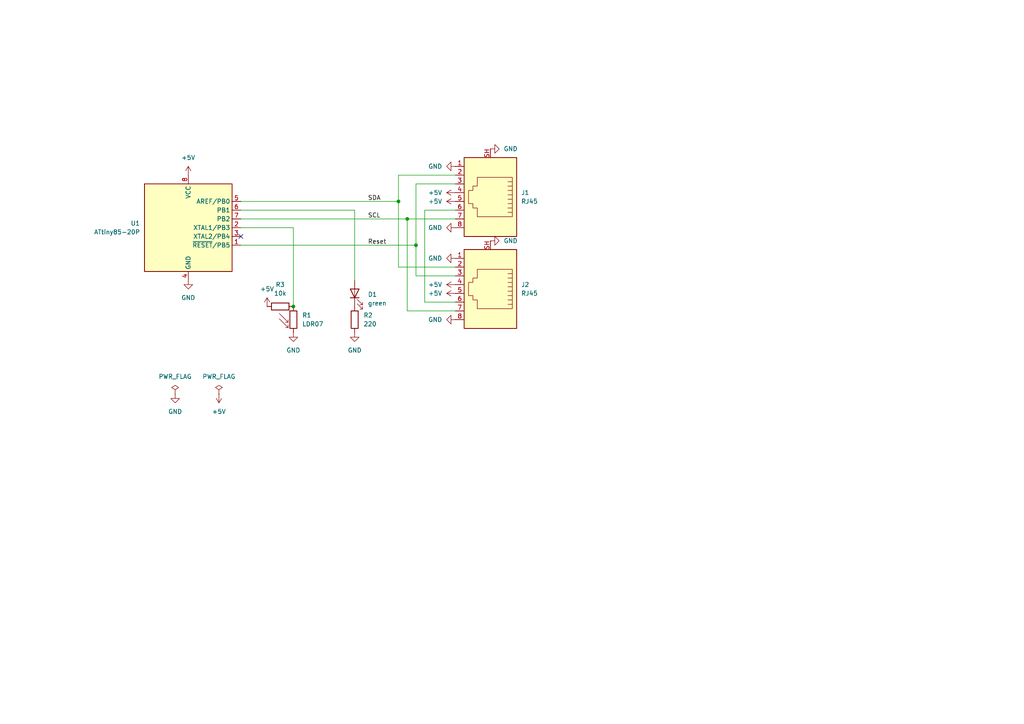
<source format=kicad_sch>
(kicad_sch (version 20231120) (generator "eeschema") (generator_version "8.0")
  (paper "A4")
  (title_block (title "Laser-Parkour Sensor") (date "2024-08-18") (rev "01") (company "Manuel König HHN HTWG x42.space"))
  (lib_symbols
    (symbol "Connector:RJ45_Shielded" (pin_names (offset 1.016))
      (property "Reference" "J" (at -5.08 13.97 0))
      (property "Value" "RJ45_Shielded" (at 2.54 13.97 0))
      (symbol "RJ45_Shielded_0_1"
        (polyline (pts (xy -5.08 4.445) (xy -6.35 4.445)))
        (polyline (pts (xy -5.08 5.715) (xy -6.35 5.715)))
        (polyline (pts (xy -6.35 -3.175) (xy -5.08 -3.175) (xy -5.08 -3.175)))
        (polyline (pts (xy -6.35 -1.905) (xy -5.08 -1.905) (xy -5.08 -1.905)))
        (polyline (pts (xy -6.35 -0.635) (xy -5.08 -0.635) (xy -5.08 -0.635)))
        (polyline (pts (xy -6.35 0.635) (xy -5.08 0.635) (xy -5.08 0.635)))
        (polyline (pts (xy -6.35 1.905) (xy -5.08 1.905) (xy -5.08 1.905)))
        (polyline (pts (xy -5.08 3.175) (xy -6.35 3.175) (xy -6.35 3.175)))
        (polyline (pts (xy -6.35 -4.445) (xy -6.35 6.985) (xy 3.81 6.985) (xy 3.81 4.445) (xy 5.08 4.445) (xy 5.08 3.175) (xy 6.35 3.175) (xy 6.35 -0.635) (xy 5.08 -0.635) (xy 5.08 -1.905) (xy 3.81 -1.905) (xy 3.81 -4.445) (xy -6.35 -4.445) (xy -6.35 -4.445)))
        (rectangle (start 7.62 12.7) (end -7.62 -10.16) (stroke (width 0.254)) (fill (type background)))
      )
      (symbol "RJ45_Shielded_1_1"
        (pin passive line (at 10.16 -7.62 180) (length 2.54) (name "~") (number "1"))
        (pin passive line (at 10.16 -5.08 180) (length 2.54) (name "~") (number "2"))
        (pin passive line (at 10.16 -2.54 180) (length 2.54) (name "~") (number "3"))
        (pin passive line (at 10.16 0 180) (length 2.54) (name "~") (number "4"))
        (pin passive line (at 10.16 2.54 180) (length 2.54) (name "~") (number "5"))
        (pin passive line (at 10.16 5.08 180) (length 2.54) (name "~") (number "6"))
        (pin passive line (at 10.16 7.62 180) (length 2.54) (name "~") (number "7"))
        (pin passive line (at 10.16 10.16 180) (length 2.54) (name "~") (number "8"))
        (pin passive line (at 0 -12.7 90) (length 2.54) (name "~") (number "SH"))
      )
    )
    (symbol "Device:LED" (pin_numbers hide) (pin_names (offset 1.016) hide)
      (property "Reference" "D" (at 0 2.54 0))
      (property "Value" "LED" (at 0 -2.54 0))
      (symbol "LED_0_1"
        (polyline (pts (xy -1.27 -1.27) (xy -1.27 1.27)) (stroke (width 0.254)))
        (polyline (pts (xy -1.27 0) (xy 1.27 0)))
        (polyline (pts (xy 1.27 -1.27) (xy 1.27 1.27) (xy -1.27 0) (xy 1.27 -1.27)) (stroke (width 0.254)))
        (polyline (pts (xy -3.048 -0.762) (xy -4.572 -2.286) (xy -3.81 -2.286) (xy -4.572 -2.286) (xy -4.572 -1.524)))
        (polyline (pts (xy -1.778 -0.762) (xy -3.302 -2.286) (xy -2.54 -2.286) (xy -3.302 -2.286) (xy -3.302 -1.524)))
      )
      (symbol "LED_1_1"
        (pin passive line (at -3.81 0 0) (length 2.54) (name "K") (number "1"))
        (pin passive line (at 3.81 0 180) (length 2.54) (name "A") (number "2"))
      )
    )
    (symbol "Device:R" (pin_numbers hide) (pin_names (offset 0))
      (property "Reference" "R" (at 2.032 0 90))
      (property "Value" "R" (at 0 0 90))
      (symbol "R_0_1"
        (rectangle (start -1.016 -2.54) (end 1.016 2.54) (stroke (width 0.254)))
      )
      (symbol "R_1_1"
        (pin passive line (at 0 3.81 270) (length 1.27) (name "~") (number "1"))
        (pin passive line (at 0 -3.81 90) (length 1.27) (name "~") (number "2"))
      )
    )
    (symbol "MCU_Microchip_ATtiny:ATtiny85-20P"
      (property "Reference" "U" (at -12.7 13.97 0))
      (property "Value" "ATtiny85-20P" (at 2.54 -13.97 0))
      (symbol "ATtiny85-20P_0_1"
        (rectangle (start -12.7 -12.7) (end 12.7 12.7) (stroke (width 0.254)) (fill (type background)))
      )
      (symbol "ATtiny85-20P_1_1"
        (pin bidirectional line (at 15.24 -5.08 180) (length 2.54) (name "~{RESET}/PB5") (number "1"))
        (pin bidirectional line (at 15.24 0 180) (length 2.54) (name "XTAL1/PB3") (number "2"))
        (pin bidirectional line (at 15.24 -2.54 180) (length 2.54) (name "XTAL2/PB4") (number "3"))
        (pin power_in line (at 0 -15.24 90) (length 2.54) (name "GND") (number "4"))
        (pin bidirectional line (at 15.24 7.62 180) (length 2.54) (name "AREF/PB0") (number "5"))
        (pin bidirectional line (at 15.24 5.08 180) (length 2.54) (name "PB1") (number "6"))
        (pin bidirectional line (at 15.24 2.54 180) (length 2.54) (name "PB2") (number "7"))
        (pin power_in line (at 0 15.24 270) (length 2.54) (name "VCC") (number "8"))
      )
    )
    (symbol "Sensor_Optical:LDR07" (pin_numbers hide) (pin_names (offset 0))
      (property "Reference" "R" (at -5.08 0 90))
      (property "Value" "LDR07" (at 1.905 0 90))
      (symbol "LDR07_0_1"
        (rectangle (start -1.016 2.54) (end 1.016 -2.54) (stroke (width 0.254)))
        (polyline (pts (xy -1.524 -2.286) (xy -4.064 0.254)))
        (polyline (pts (xy -1.524 -2.286) (xy -2.286 -2.286)))
        (polyline (pts (xy -1.524 -2.286) (xy -1.524 -1.524)))
        (polyline (pts (xy -1.524 -0.762) (xy -4.064 1.778)))
        (polyline (pts (xy -1.524 -0.762) (xy -2.286 -0.762)))
        (polyline (pts (xy -1.524 -0.762) (xy -1.524 0)))
      )
      (symbol "LDR07_1_1"
        (pin passive line (at 0 3.81 270) (length 1.27) (name "~") (number "1"))
        (pin passive line (at 0 -3.81 90) (length 1.27) (name "~") (number "2"))
      )
    )
    (symbol "power:+5V" (power) (pin_numbers hide) (pin_names (offset 0) hide)
      (property "Value" "+5V" (at 0 3.556 0))
      (symbol "+5V_0_1"
        (polyline (pts (xy -0.762 1.27) (xy 0 2.54)))
        (polyline (pts (xy 0 0) (xy 0 2.54)))
        (polyline (pts (xy 0 2.54) (xy 0.762 1.27)))
      )
      (symbol "+5V_1_1"
        (pin power_in line (at 0 0 90) (length 0) (name "~") (number "1"))
      )
    )
    (symbol "power:GND" (power) (pin_numbers hide) (pin_names (offset 0) hide)
      (property "Value" "GND" (at 0 -3.81 0))
      (symbol "GND_0_1"
        (polyline (pts (xy 0 0) (xy 0 -1.27) (xy 1.27 -1.27) (xy 0 -2.54) (xy -1.27 -1.27) (xy 0 -1.27)))
      )
      (symbol "GND_1_1"
        (pin power_in line (at 0 0 270) (length 0) (name "~") (number "1"))
      )
    )
    (symbol "power:PWR_FLAG" (power) (pin_numbers hide) (pin_names (offset 0) hide)
      (property "Value" "PWR_FLAG" (at 0 3.81 0))
      (symbol "PWR_FLAG_0_0"
        (pin power_out line (at 0 0 90) (length 0) (name "~") (number "1"))
      )
      (symbol "PWR_FLAG_0_1"
        (polyline (pts (xy 0 0) (xy 0 1.27) (xy -1.016 1.905) (xy 0 2.54) (xy 1.016 1.905) (xy 0 1.27)))
      )
    )
  )
  (junction (at 118.11 63.5))
  (junction (at 120.65 71.12))
  (junction (at 115.57 58.42))
  (junction (at 85.09 88.9))
  (no_connect (at 69.85 68.58))
  (wire (pts (xy 69.85 71.12) (xy 120.65 71.12)))
  (wire (pts (xy 120.65 80.01) (xy 132.08 80.01)))
  (wire (pts (xy 120.65 71.12) (xy 120.65 80.01)))
  (wire (pts (xy 132.08 53.34) (xy 120.65 53.34)))
  (wire (pts (xy 118.11 63.5) (xy 132.08 63.5)))
  (wire (pts (xy 115.57 50.8) (xy 115.57 58.42)))
  (wire (pts (xy 118.11 90.17) (xy 132.08 90.17)))
  (wire (pts (xy 115.57 77.47) (xy 132.08 77.47)))
  (wire (pts (xy 69.85 58.42) (xy 115.57 58.42)))
  (wire (pts (xy 69.85 66.04) (xy 85.09 66.04)))
  (wire (pts (xy 123.19 60.96) (xy 123.19 87.63)))
  (wire (pts (xy 115.57 58.42) (xy 115.57 77.47)))
  (wire (pts (xy 85.09 66.04) (xy 85.09 88.9)))
  (wire (pts (xy 123.19 87.63) (xy 132.08 87.63)))
  (wire (pts (xy 132.08 50.8) (xy 115.57 50.8)))
  (wire (pts (xy 132.08 60.96) (xy 123.19 60.96)))
  (wire (pts (xy 120.65 53.34) (xy 120.65 71.12)))
  (wire (pts (xy 69.85 60.96) (xy 102.87 60.96)))
  (wire (pts (xy 69.85 63.5) (xy 118.11 63.5)))
  (wire (pts (xy 118.11 63.5) (xy 118.11 90.17)))
  (wire (pts (xy 102.87 60.96) (xy 102.87 81.28)))
  (label "Reset" (at 106.68 71.12 0))
  (label "SCL" (at 106.68 63.5 0))
  (label "SDA" (at 106.68 58.42 0))
  (symbol (lib_id "power:+5V") (at 132.08 55.88 90) (unit 1)
    (property "Reference" "#PWR09" (effects (hide yes)))
    (property "Value" "+5V" (at 128.27 55.8799 90) (effects (justify left)))
    (property "Description" "Power symbol creates a global label with name \"+5V\"" (effects (hide yes)))
  )
  (symbol (lib_id "Connector:RJ45_Shielded") (at 142.24 55.88 180) (unit 1)
    (property "Reference" "J1" (at 151.13 55.8799 0) (effects (justify right)))
    (property "Value" "RJ45" (at 151.13 58.4199 0) (effects (justify right)))
    (property "Footprint" "Library:WR-MJ Modular Jack Horizontal Shielded w. EMI Panel Finger 8P8C Tab Up" (effects (hide yes)))
    (property "Description" "RJ connector, 8P8C (8 positions 8 connected), Shielded" (effects (hide yes)))
  )
  (symbol (lib_id "power:GND") (at 54.61 81.28 0) (unit 1)
    (property "Reference" "#PWR02" (effects (hide yes)))
    (property "Value" "GND" (at 54.61 86.36 0))
    (property "Description" "Power symbol creates a global label with name \"GND\" , ground" (effects (hide yes)))
  )
  (symbol (lib_id "power:+5V") (at 54.61 50.8 0) (unit 1)
    (property "Reference" "#PWR01" (effects (hide yes)))
    (property "Value" "+5V" (at 54.61 45.72 0))
    (property "Description" "Power symbol creates a global label with name \"+5V\"" (effects (hide yes)))
  )
  (symbol (lib_id "power:GND") (at 142.24 43.18 90) (unit 1)
    (property "Reference" "#PWR014" (effects (hide yes)))
    (property "Value" "GND" (at 146.05 43.1799 90) (effects (justify right)))
    (property "Description" "Power symbol creates a global label with name \"GND\" , ground" (effects (hide yes)))
  )
  (symbol (lib_id "Device:R") (at 102.87 92.71 180) (unit 1)
    (property "Reference" "R2" (at 105.41 91.4399 0) (effects (justify right)))
    (property "Value" "220" (at 105.41 93.9799 0) (effects (justify right)))
    (property "Footprint" "Resistor_THT:R_Axial_DIN0207_L6.3mm_D2.5mm_P10.16mm_Horizontal" (effects (hide yes)))
    (property "Description" "Resistor" (effects (hide yes)))
  )
  (symbol (lib_id "power:GND") (at 142.24 69.85 90) (unit 1)
    (property "Reference" "#PWR015" (effects (hide yes)))
    (property "Value" "GND" (at 146.05 69.8499 90) (effects (justify right)))
    (property "Description" "Power symbol creates a global label with name \"GND\" , ground" (effects (hide yes)))
  )
  (symbol (lib_id "power:PWR_FLAG") (at 63.5 114.3 0) (unit 1)
    (property "Reference" "#FLG01" (effects (hide yes)))
    (property "Value" "PWR_FLAG" (at 63.5 109.22 0))
    (property "Description" "Special symbol for telling ERC where power comes from" (effects (hide yes)))
  )
  (symbol (lib_id "power:GND") (at 102.87 96.52 0) (unit 1)
    (property "Reference" "#PWR03" (effects (hide yes)))
    (property "Value" "GND" (at 102.87 101.6 0))
    (property "Description" "Power symbol creates a global label with name \"GND\" , ground" (effects (hide yes)))
  )
  (symbol (lib_id "power:+5V") (at 132.08 82.55 90) (unit 1)
    (property "Reference" "#PWR07" (effects (hide yes)))
    (property "Value" "+5V" (at 128.27 82.5499 90) (effects (justify left)))
    (property "Description" "Power symbol creates a global label with name \"+5V\"" (effects (hide yes)))
  )
  (symbol (lib_id "power:+5V") (at 63.5 114.3 180) (unit 1)
    (property "Reference" "#PWR017" (effects (hide yes)))
    (property "Value" "+5V" (at 63.5 119.38 0))
    (property "Description" "Power symbol creates a global label with name \"+5V\"" (effects (hide yes)))
  )
  (symbol (lib_id "power:GND") (at 132.08 48.26 270) (unit 1)
    (property "Reference" "#PWR013" (effects (hide yes)))
    (property "Value" "GND" (at 128.27 48.2599 90) (effects (justify right)))
    (property "Description" "Power symbol creates a global label with name \"GND\" , ground" (effects (hide yes)))
  )
  (symbol (lib_id "Sensor_Optical:LDR07") (at 85.09 92.71 0) (unit 1)
    (property "Reference" "R1" (at 87.63 91.4399 0) (effects (justify left)))
    (property "Value" "LDR07" (at 87.63 93.9799 0) (effects (justify left)))
    (property "Footprint" "OptoDevice:R_LDR_5.1x4.3mm_P3.4mm_Vertical" (effects (hide yes)))
    (property "Datasheet" "http://www.tme.eu/de/Document/f2e3ad76a925811312d226c31da4cd7e/LDR07.pdf" (effects (hide yes)))
    (property "Description" "light dependent resistor" (effects (hide yes)))
  )
  (symbol (lib_id "power:+5V") (at 132.08 85.09 90) (unit 1)
    (property "Reference" "#PWR06" (effects (hide yes)))
    (property "Value" "+5V" (at 128.27 85.0899 90) (effects (justify left)))
    (property "Description" "Power symbol creates a global label with name \"+5V\"" (effects (hide yes)))
  )
  (symbol (lib_id "Device:LED") (at 102.87 85.09 90) (unit 1)
    (property "Reference" "D1" (at 106.68 85.4074 90) (effects (justify right)))
    (property "Value" "green" (at 106.68 87.9474 90) (effects (justify right)))
    (property "Footprint" "LED_THT:LED_D5.0mm" (effects (hide yes)))
    (property "Description" "Light emitting diode" (effects (hide yes)))
  )
  (symbol (lib_id "power:GND") (at 132.08 66.04 270) (unit 1)
    (property "Reference" "#PWR012" (effects (hide yes)))
    (property "Value" "GND" (at 128.27 66.0399 90) (effects (justify right)))
    (property "Description" "Power symbol creates a global label with name \"GND\" , ground" (effects (hide yes)))
  )
  (symbol (lib_id "power:GND") (at 132.08 92.71 270) (unit 1)
    (property "Reference" "#PWR010" (effects (hide yes)))
    (property "Value" "GND" (at 128.27 92.7099 90) (effects (justify right)))
    (property "Description" "Power symbol creates a global label with name \"GND\" , ground" (effects (hide yes)))
  )
  (symbol (lib_id "MCU_Microchip_ATtiny:ATtiny85-20P") (at 54.61 66.04 0) (unit 1)
    (property "Reference" "U1" (at 40.64 64.7699 0) (effects (justify right)))
    (property "Value" "ATtiny85-20P" (at 40.64 67.3099 0) (effects (justify right)))
    (property "Footprint" "Package_DIP:DIP-8_W7.62mm" (effects (hide yes)))
    (property "Datasheet" "http://ww1.microchip.com/downloads/en/DeviceDoc/atmel-2586-avr-8-bit-microcontroller-attiny25-attiny45-attiny85_datasheet.pdf" (effects (hide yes)))
    (property "Description" "20MHz, 8kB Flash, 512B SRAM, 512B EEPROM, debugWIRE, DIP-8" (effects (hide yes)))
  )
  (symbol (lib_id "power:GND") (at 85.09 96.52 0) (unit 1)
    (property "Reference" "#PWR04" (effects (hide yes)))
    (property "Value" "GND" (at 85.09 101.6 0))
    (property "Description" "Power symbol creates a global label with name \"GND\" , ground" (effects (hide yes)))
  )
  (symbol (lib_id "power:+5V") (at 132.08 58.42 90) (unit 1)
    (property "Reference" "#PWR08" (effects (hide yes)))
    (property "Value" "+5V" (at 128.27 58.4199 90) (effects (justify left)))
    (property "Description" "Power symbol creates a global label with name \"+5V\"" (effects (hide yes)))
  )
  (symbol (lib_id "power:+5V") (at 77.47 88.9 0) (unit 1)
    (property "Reference" "#PWR05" (effects (hide yes)))
    (property "Value" "+5V" (at 77.47 83.82 0))
    (property "Description" "Power symbol creates a global label with name \"+5V\"" (effects (hide yes)))
  )
  (symbol (lib_id "power:GND") (at 50.8 114.3 0) (unit 1)
    (property "Reference" "#PWR016" (effects (hide yes)))
    (property "Value" "GND" (at 50.8 119.38 0))
    (property "Description" "Power symbol creates a global label with name \"GND\" , ground" (effects (hide yes)))
  )
  (symbol (lib_id "power:PWR_FLAG") (at 50.8 114.3 0) (unit 1)
    (property "Reference" "#FLG02" (effects (hide yes)))
    (property "Value" "PWR_FLAG" (at 50.8 109.22 0))
    (property "Description" "Special symbol for telling ERC where power comes from" (effects (hide yes)))
  )
  (symbol (lib_id "Device:R") (at 81.28 88.9 90) (unit 1)
    (property "Reference" "R3" (at 81.28 82.55 90))
    (property "Value" "10k" (at 81.28 85.09 90))
    (property "Footprint" "Resistor_THT:R_Axial_DIN0207_L6.3mm_D2.5mm_P10.16mm_Horizontal" (effects (hide yes)))
    (property "Description" "Resistor" (effects (hide yes)))
  )
  (symbol (lib_id "Connector:RJ45_Shielded") (at 142.24 82.55 180) (unit 1)
    (property "Reference" "J2" (at 151.13 82.5499 0) (effects (justify right)))
    (property "Value" "RJ45" (at 151.13 85.0899 0) (effects (justify right)))
    (property "Footprint" "Library:WR-MJ Modular Jack Horizontal Shielded w. EMI Panel Finger 8P8C Tab Up" (effects (hide yes)))
    (property "Description" "RJ connector, 8P8C (8 positions 8 connected), Shielded" (effects (hide yes)))
  )
  (symbol (lib_id "power:GND") (at 132.08 74.93 270) (unit 1)
    (property "Reference" "#PWR011" (effects (hide yes)))
    (property "Value" "GND" (at 128.27 74.9299 90) (effects (justify right)))
    (property "Description" "Power symbol creates a global label with name \"GND\" , ground" (effects (hide yes)))
  )
)
</source>
